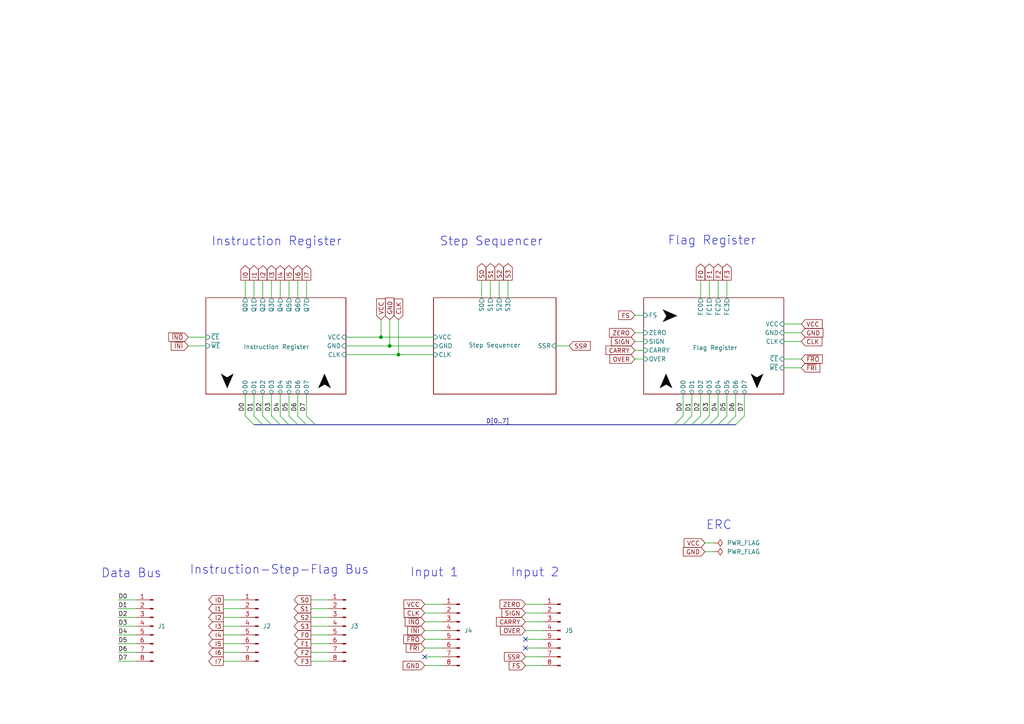
<source format=kicad_sch>
(kicad_sch (version 20250114) (generator "eeschema") (generator_version "9.0")
  (paper "A4")
  (title_block (title "Instruction Register") (date "2026-01-04") (rev "1.11") (company "Marco Vettigli"))
  (lib_symbols
    (symbol "Connector:Conn_01x08_Pin" (pin_names (offset 1.016) (hide yes))
      (property "Reference" "J" (at 0 10.16 0))
      (property "Value" "Conn_01x08_Pin" (at 0 -12.7 0))
      (symbol "Conn_01x08_Pin_1_1"
        (rectangle (start 0.8636 7.747) (end 0 7.493) (stroke (width 0.1524)) (fill (type outline)))
        (rectangle (start 0.8636 5.207) (end 0 4.953) (stroke (width 0.1524)) (fill (type outline)))
        (rectangle (start 0.8636 2.667) (end 0 2.413) (stroke (width 0.1524)) (fill (type outline)))
        (rectangle (start 0.8636 0.127) (end 0 -0.127) (stroke (width 0.1524)) (fill (type outline)))
        (rectangle (start 0.8636 -2.413) (end 0 -2.667) (stroke (width 0.1524)) (fill (type outline)))
        (rectangle (start 0.8636 -4.953) (end 0 -5.207) (stroke (width 0.1524)) (fill (type outline)))
        (rectangle (start 0.8636 -7.493) (end 0 -7.747) (stroke (width 0.1524)) (fill (type outline)))
        (rectangle (start 0.8636 -10.033) (end 0 -10.287) (stroke (width 0.1524)) (fill (type outline)))
        (polyline (pts (xy 1.27 7.62) (xy 0.8636 7.62)) (stroke (width 0.1524)))
        (polyline (pts (xy 1.27 5.08) (xy 0.8636 5.08)) (stroke (width 0.1524)))
        (polyline (pts (xy 1.27 2.54) (xy 0.8636 2.54)) (stroke (width 0.1524)))
        (polyline (pts (xy 1.27 0) (xy 0.8636 0)) (stroke (width 0.1524)))
        (polyline (pts (xy 1.27 -2.54) (xy 0.8636 -2.54)) (stroke (width 0.1524)))
        (polyline (pts (xy 1.27 -5.08) (xy 0.8636 -5.08)) (stroke (width 0.1524)))
        (polyline (pts (xy 1.27 -7.62) (xy 0.8636 -7.62)) (stroke (width 0.1524)))
        (polyline (pts (xy 1.27 -10.16) (xy 0.8636 -10.16)) (stroke (width 0.1524)))
        (pin passive line (at 5.08 7.62 180) (length 3.81) (name "Pin_1") (number "1"))
        (pin passive line (at 5.08 5.08 180) (length 3.81) (name "Pin_2") (number "2"))
        (pin passive line (at 5.08 2.54 180) (length 3.81) (name "Pin_3") (number "3"))
        (pin passive line (at 5.08 0 180) (length 3.81) (name "Pin_4") (number "4"))
        (pin passive line (at 5.08 -2.54 180) (length 3.81) (name "Pin_5") (number "5"))
        (pin passive line (at 5.08 -5.08 180) (length 3.81) (name "Pin_6") (number "6"))
        (pin passive line (at 5.08 -7.62 180) (length 3.81) (name "Pin_7") (number "7"))
        (pin passive line (at 5.08 -10.16 180) (length 3.81) (name "Pin_8") (number "8"))
      )
    )
    (symbol "power:PWR_FLAG" (power) (pin_numbers (hide yes)) (pin_names (offset 0) (hide yes))
      (property "Value" "PWR_FLAG" (at 0 3.81 0))
      (symbol "PWR_FLAG_0_0"
        (pin power_out line (at 0 0 90) (length 0) (name "~") (number "1"))
      )
      (symbol "PWR_FLAG_0_1"
        (polyline (pts (xy 0 0) (xy 0 1.27) (xy -1.016 1.905) (xy 0 2.54) (xy 1.016 1.905) (xy 0 1.27)))
      )
    )
  )
  (text "Instruction-Step-Flag Bus" (at 81.026 165.354 0) (effects (font (size 2.54 2.54))))
  (text "Instruction Register" (at 80.264 70.104 0) (effects (font (size 2.54 2.54))))
  (text "Data Bus" (at 38.1 166.37 0) (effects (font (size 2.54 2.54))))
  (text "Step Sequencer" (at 142.494 70.104 0) (effects (font (size 2.54 2.54))))
  (text "ERC" (at 208.534 152.4 0) (effects (font (size 2.54 2.54))))
  (text "Flag Register" (at 206.502 69.85 0) (effects (font (size 2.54 2.54))))
  (text "Input 2" (at 155.194 166.116 0) (effects (font (size 2.54 2.54))))
  (text "Input 1" (at 125.984 166.116 0) (effects (font (size 2.54 2.54))))
  (junction (at 113.03 100.33))
  (junction (at 110.49 97.79))
  (junction (at 115.57 102.87))
  (no_connect (at 123.19 190.5))
  (no_connect (at 152.4 185.42))
  (no_connect (at 152.4 187.96))
  (bus_entry (at 81.28 123.19) (size -2.54 -2.54))
  (bus_entry (at 195.58 123.19) (size 2.54 -2.54))
  (bus_entry (at 213.36 123.19) (size 2.54 -2.54))
  (bus_entry (at 73.66 123.19) (size -2.54 -2.54))
  (bus_entry (at 88.9 123.19) (size -2.54 -2.54))
  (bus_entry (at 78.74 123.19) (size -2.54 -2.54))
  (bus_entry (at 210.82 123.19) (size 2.54 -2.54))
  (bus_entry (at 203.2 123.19) (size 2.54 -2.54))
  (bus_entry (at 200.66 123.19) (size 2.54 -2.54))
  (bus_entry (at 91.44 123.19) (size -2.54 -2.54))
  (bus_entry (at 83.82 123.19) (size -2.54 -2.54))
  (bus_entry (at 86.36 123.19) (size -2.54 -2.54))
  (bus_entry (at 198.12 123.19) (size 2.54 -2.54))
  (bus_entry (at 208.28 123.19) (size 2.54 -2.54))
  (bus_entry (at 205.74 123.19) (size 2.54 -2.54))
  (bus_entry (at 76.2 123.19) (size -2.54 -2.54))
  (wire (pts (xy 34.29 173.99) (xy 39.37 173.99)))
  (wire (pts (xy 34.29 186.69) (xy 39.37 186.69)))
  (wire (pts (xy 110.49 92.71) (xy 110.49 97.79)))
  (wire (pts (xy 64.77 176.53) (xy 69.85 176.53)))
  (wire (pts (xy 152.4 177.8) (xy 157.48 177.8)))
  (wire (pts (xy 152.4 180.34) (xy 157.48 180.34)))
  (bus (pts (xy 91.44 123.19) (xy 195.58 123.19)) (stroke (width 0.2032)))
  (wire (pts (xy 205.74 81.28) (xy 205.74 86.36)))
  (wire (pts (xy 90.17 186.69) (xy 95.25 186.69)))
  (wire (pts (xy 71.12 81.28) (xy 71.12 86.36)))
  (bus (pts (xy 83.82 123.19) (xy 86.36 123.19)) (stroke (width 0.2032)))
  (wire (pts (xy 90.17 189.23) (xy 95.25 189.23)))
  (wire (pts (xy 64.77 181.61) (xy 69.85 181.61)))
  (wire (pts (xy 144.78 81.28) (xy 144.78 86.36)))
  (wire (pts (xy 54.61 97.79) (xy 59.69 97.79)))
  (wire (pts (xy 184.15 91.44) (xy 186.69 91.44)))
  (wire (pts (xy 110.49 97.79) (xy 125.73 97.79)))
  (wire (pts (xy 54.61 100.33) (xy 59.69 100.33)))
  (wire (pts (xy 123.19 193.04) (xy 128.27 193.04)))
  (wire (pts (xy 113.03 100.33) (xy 125.73 100.33)))
  (wire (pts (xy 184.15 101.6) (xy 186.69 101.6)))
  (wire (pts (xy 64.77 186.69) (xy 69.85 186.69)))
  (wire (pts (xy 152.4 187.96) (xy 157.48 187.96)))
  (wire (pts (xy 152.4 185.42) (xy 157.48 185.42)))
  (wire (pts (xy 100.33 102.87) (xy 115.57 102.87)))
  (wire (pts (xy 88.9 114.3) (xy 88.9 120.65)))
  (wire (pts (xy 113.03 92.71) (xy 113.03 100.33)))
  (wire (pts (xy 83.82 114.3) (xy 83.82 120.65)))
  (wire (pts (xy 123.19 185.42) (xy 128.27 185.42)))
  (wire (pts (xy 90.17 179.07) (xy 95.25 179.07)))
  (wire (pts (xy 78.74 81.28) (xy 78.74 86.36)))
  (wire (pts (xy 34.29 189.23) (xy 39.37 189.23)))
  (wire (pts (xy 215.9 114.3) (xy 215.9 120.65)))
  (wire (pts (xy 64.77 173.99) (xy 69.85 173.99)))
  (wire (pts (xy 34.29 179.07) (xy 39.37 179.07)))
  (wire (pts (xy 73.66 81.28) (xy 73.66 86.36)))
  (wire (pts (xy 78.74 114.3) (xy 78.74 120.65)))
  (wire (pts (xy 123.19 180.34) (xy 128.27 180.34)))
  (wire (pts (xy 227.33 96.52) (xy 232.41 96.52)))
  (bus (pts (xy 203.2 123.19) (xy 205.74 123.19)) (stroke (width 0.2032)))
  (wire (pts (xy 100.33 100.33) (xy 113.03 100.33)))
  (bus (pts (xy 73.66 123.19) (xy 76.2 123.19)) (stroke (width 0.2032)))
  (wire (pts (xy 64.77 184.15) (xy 69.85 184.15)))
  (wire (pts (xy 198.12 114.3) (xy 198.12 120.65)))
  (wire (pts (xy 34.29 191.77) (xy 39.37 191.77)))
  (wire (pts (xy 115.57 102.87) (xy 125.73 102.87)))
  (bus (pts (xy 198.12 123.19) (xy 200.66 123.19)) (stroke (width 0.2032)))
  (wire (pts (xy 207.01 157.48) (xy 204.47 157.48)))
  (wire (pts (xy 152.4 182.88) (xy 157.48 182.88)))
  (wire (pts (xy 34.29 184.15) (xy 39.37 184.15)))
  (wire (pts (xy 64.77 189.23) (xy 69.85 189.23)))
  (wire (pts (xy 184.15 99.06) (xy 186.69 99.06)))
  (bus (pts (xy 76.2 123.19) (xy 78.74 123.19)) (stroke (width 0.2032)))
  (wire (pts (xy 100.33 97.79) (xy 110.49 97.79)))
  (wire (pts (xy 90.17 184.15) (xy 95.25 184.15)))
  (wire (pts (xy 142.24 81.28) (xy 142.24 86.36)))
  (wire (pts (xy 88.9 81.28) (xy 88.9 86.36)))
  (wire (pts (xy 184.15 96.52) (xy 186.69 96.52)))
  (bus (pts (xy 81.28 123.19) (xy 83.82 123.19)) (stroke (width 0.2032)))
  (wire (pts (xy 86.36 114.3) (xy 86.36 120.65)))
  (wire (pts (xy 90.17 173.99) (xy 95.25 173.99)))
  (wire (pts (xy 34.29 181.61) (xy 39.37 181.61)))
  (wire (pts (xy 90.17 176.53) (xy 95.25 176.53)))
  (wire (pts (xy 81.28 81.28) (xy 81.28 86.36)))
  (wire (pts (xy 123.19 177.8) (xy 128.27 177.8)))
  (wire (pts (xy 208.28 114.3) (xy 208.28 120.65)))
  (wire (pts (xy 227.33 106.68) (xy 232.41 106.68)))
  (wire (pts (xy 76.2 81.28) (xy 76.2 86.36)))
  (wire (pts (xy 123.19 187.96) (xy 128.27 187.96)))
  (bus (pts (xy 208.28 123.19) (xy 210.82 123.19)) (stroke (width 0.2032)))
  (wire (pts (xy 147.32 81.28) (xy 147.32 86.36)))
  (bus (pts (xy 205.74 123.19) (xy 208.28 123.19)) (stroke (width 0.2032)))
  (bus (pts (xy 88.9 123.19) (xy 91.44 123.19)) (stroke (width 0.2032)))
  (wire (pts (xy 71.12 114.3) (xy 71.12 120.65)))
  (wire (pts (xy 123.19 190.5) (xy 128.27 190.5)))
  (wire (pts (xy 227.33 104.14) (xy 232.41 104.14)))
  (wire (pts (xy 76.2 114.3) (xy 76.2 120.65)))
  (wire (pts (xy 86.36 81.28) (xy 86.36 86.36)))
  (wire (pts (xy 83.82 81.28) (xy 83.82 86.36)))
  (wire (pts (xy 184.15 104.14) (xy 186.69 104.14)))
  (wire (pts (xy 227.33 93.98) (xy 232.41 93.98)))
  (wire (pts (xy 34.29 176.53) (xy 39.37 176.53)))
  (wire (pts (xy 123.19 175.26) (xy 128.27 175.26)))
  (wire (pts (xy 81.28 114.3) (xy 81.28 120.65)))
  (wire (pts (xy 205.74 114.3) (xy 205.74 120.65)))
  (bus (pts (xy 195.58 123.19) (xy 198.12 123.19)) (stroke (width 0.2032)))
  (bus (pts (xy 200.66 123.19) (xy 203.2 123.19)) (stroke (width 0.2032)))
  (wire (pts (xy 152.4 193.04) (xy 157.48 193.04)))
  (wire (pts (xy 123.19 182.88) (xy 128.27 182.88)))
  (wire (pts (xy 90.17 181.61) (xy 95.25 181.61)))
  (wire (pts (xy 64.77 191.77) (xy 69.85 191.77)))
  (wire (pts (xy 208.28 81.28) (xy 208.28 86.36)))
  (wire (pts (xy 210.82 81.28) (xy 210.82 86.36)))
  (bus (pts (xy 210.82 123.19) (xy 213.36 123.19)) (stroke (width 0.2032)))
  (wire (pts (xy 227.33 99.06) (xy 232.41 99.06)))
  (wire (pts (xy 139.7 81.28) (xy 139.7 86.36)))
  (wire (pts (xy 152.4 190.5) (xy 157.48 190.5)))
  (wire (pts (xy 200.66 114.3) (xy 200.66 120.65)))
  (wire (pts (xy 161.29 100.33) (xy 165.1 100.33)))
  (wire (pts (xy 64.77 179.07) (xy 69.85 179.07)))
  (wire (pts (xy 213.36 114.3) (xy 213.36 120.65)))
  (wire (pts (xy 203.2 81.28) (xy 203.2 86.36)))
  (bus (pts (xy 86.36 123.19) (xy 88.9 123.19)) (stroke (width 0.2032)))
  (wire (pts (xy 73.66 114.3) (xy 73.66 120.65)))
  (wire (pts (xy 210.82 114.3) (xy 210.82 120.65)))
  (bus (pts (xy 78.74 123.19) (xy 81.28 123.19)) (stroke (width 0.2032)))
  (wire (pts (xy 203.2 114.3) (xy 203.2 120.65)))
  (wire (pts (xy 204.47 160.02) (xy 207.01 160.02)))
  (wire (pts (xy 115.57 92.71) (xy 115.57 102.87)))
  (wire (pts (xy 152.4 175.26) (xy 157.48 175.26)))
  (wire (pts (xy 90.17 191.77) (xy 95.25 191.77)))
  (image (at 193.04 110.49) (scale 0.554949))
  (image (at 66.04 110.49) (scale 0.554949))
  (image (at 93.98 110.49) (scale 0.554949))
  (image (at 194.31 91.44) (scale 0.554949))
  (image (at 219.71 110.49) (scale 0.554949))
  (label "D6" (at 213.36 119.38 90))
  (label "D2" (at 34.29 179.07 0))
  (label "D0" (at 198.12 119.38 90))
  (label "D4" (at 81.28 119.38 90))
  (label "D4" (at 208.28 119.38 90))
  (label "D7" (at 215.9 119.38 90))
  (label "D0" (at 71.12 119.38 90))
  (label "D5" (at 34.29 186.69 0))
  (label "D1" (at 200.66 119.38 90))
  (label "D2" (at 203.2 119.38 90))
  (label "D4" (at 34.29 184.15 0))
  (label "D5" (at 210.82 119.38 90))
  (label "D3" (at 34.29 181.61 0))
  (label "D6" (at 34.29 189.23 0))
  (label "D1" (at 34.29 176.53 0))
  (label "D7" (at 88.9 119.38 90))
  (label "D6" (at 86.36 119.38 90))
  (label "D3" (at 78.74 119.38 90))
  (label "D7" (at 34.29 191.77 0))
  (label "D3" (at 205.74 119.38 90))
  (label "D1" (at 73.66 119.38 90))
  (label "D[0..7]" (at 140.97 123.19 0))
  (label "D0" (at 34.29 173.99 0))
  (label "D2" (at 76.2 119.38 90))
  (label "D5" (at 83.82 119.38 90))
  (global_label "FS" (shape input) (at 152.4 193.04 180) (property "Intersheetrefs" "${INTERSHEET_REFS}" (effects (hide yes))))
  (global_label "GND" (shape input) (at 113.03 92.71 90) (property "Intersheetrefs" "${INTERSHEET_REFS}" (effects (hide yes))))
  (global_label "F0" (shape output) (at 90.17 184.15 180) (property "Intersheetrefs" "${INTERSHEET_REFS}" (effects (hide yes))))
  (global_label "I1" (shape output) (at 64.77 176.53 180) (property "Intersheetrefs" "${INTERSHEET_REFS}" (effects (hide yes))))
  (global_label "F1" (shape output) (at 205.74 81.28 90) (property "Intersheetrefs" "${INTERSHEET_REFS}" (effects (hide yes))))
  (global_label "~{INI}" (shape input) (at 123.19 182.88 180) (property "Intersheetrefs" "${INTERSHEET_REFS}" (effects (hide yes))))
  (global_label "FS" (shape input) (at 184.15 91.44 180) (property "Intersheetrefs" "${INTERSHEET_REFS}" (effects (hide yes))))
  (global_label "ZERO" (shape input) (at 184.15 96.52 180) (property "Intersheetrefs" "${INTERSHEET_REFS}" (effects (hide yes))))
  (global_label "I3" (shape output) (at 78.74 81.28 90) (property "Intersheetrefs" "${INTERSHEET_REFS}" (effects (hide yes))))
  (global_label "I6" (shape output) (at 86.36 81.28 90) (property "Intersheetrefs" "${INTERSHEET_REFS}" (effects (hide yes))))
  (global_label "I5" (shape output) (at 64.77 186.69 180) (property "Intersheetrefs" "${INTERSHEET_REFS}" (effects (hide yes))))
  (global_label "ZERO" (shape input) (at 152.4 175.26 180) (property "Intersheetrefs" "${INTERSHEET_REFS}" (effects (hide yes))))
  (global_label "~{FRI}" (shape input) (at 232.41 106.68 0) (property "Intersheetrefs" "${INTERSHEET_REFS}" (effects (hide yes))))
  (global_label "I6" (shape output) (at 64.77 189.23 180) (property "Intersheetrefs" "${INTERSHEET_REFS}" (effects (hide yes))))
  (global_label "S1" (shape output) (at 90.17 176.53 180) (property "Intersheetrefs" "${INTERSHEET_REFS}" (effects (hide yes))))
  (global_label "F1" (shape output) (at 90.17 186.69 180) (property "Intersheetrefs" "${INTERSHEET_REFS}" (effects (hide yes))))
  (global_label "SSR" (shape input) (at 152.4 190.5 180) (property "Intersheetrefs" "${INTERSHEET_REFS}" (effects (hide yes))))
  (global_label "GND" (shape input) (at 123.19 193.04 180) (property "Intersheetrefs" "${INTERSHEET_REFS}" (effects (hide yes))))
  (global_label "CARRY" (shape input) (at 152.4 180.34 180) (property "Intersheetrefs" "${INTERSHEET_REFS}" (effects (hide yes))))
  (global_label "I7" (shape output) (at 88.9 81.28 90) (property "Intersheetrefs" "${INTERSHEET_REFS}" (effects (hide yes))))
  (global_label "I1" (shape output) (at 73.66 81.28 90) (property "Intersheetrefs" "${INTERSHEET_REFS}" (effects (hide yes))))
  (global_label "CLK" (shape input) (at 123.19 177.8 180) (property "Intersheetrefs" "${INTERSHEET_REFS}" (effects (hide yes))))
  (global_label "S0" (shape output) (at 139.7 81.28 90) (property "Intersheetrefs" "${INTERSHEET_REFS}" (effects (hide yes))))
  (global_label "S2" (shape output) (at 144.78 81.28 90) (property "Intersheetrefs" "${INTERSHEET_REFS}" (effects (hide yes))))
  (global_label "S2" (shape output) (at 90.17 179.07 180) (property "Intersheetrefs" "${INTERSHEET_REFS}" (effects (hide yes))))
  (global_label "SSR" (shape input) (at 165.1 100.33 0) (property "Intersheetrefs" "${INTERSHEET_REFS}" (effects (hide yes))))
  (global_label "F3" (shape output) (at 210.82 81.28 90) (property "Intersheetrefs" "${INTERSHEET_REFS}" (effects (hide yes))))
  (global_label "I0" (shape output) (at 64.77 173.99 180) (property "Intersheetrefs" "${INTERSHEET_REFS}" (effects (hide yes))))
  (global_label "I5" (shape output) (at 83.82 81.28 90) (property "Intersheetrefs" "${INTERSHEET_REFS}" (effects (hide yes))))
  (global_label "I2" (shape output) (at 76.2 81.28 90) (property "Intersheetrefs" "${INTERSHEET_REFS}" (effects (hide yes))))
  (global_label "I2" (shape output) (at 64.77 179.07 180) (property "Intersheetrefs" "${INTERSHEET_REFS}" (effects (hide yes))))
  (global_label "~{FRO}" (shape input) (at 232.41 104.14 0) (property "Intersheetrefs" "${INTERSHEET_REFS}" (effects (hide yes))))
  (global_label "~{INO}" (shape input) (at 123.19 180.34 180) (property "Intersheetrefs" "${INTERSHEET_REFS}" (effects (hide yes))))
  (global_label "SIGN" (shape input) (at 152.4 177.8 180) (property "Intersheetrefs" "${INTERSHEET_REFS}" (effects (hide yes))))
  (global_label "CLK" (shape input) (at 115.57 92.71 90) (property "Intersheetrefs" "${INTERSHEET_REFS}" (effects (hide yes))))
  (global_label "OVER" (shape input) (at 184.15 104.14 180) (property "Intersheetrefs" "${INTERSHEET_REFS}" (effects (hide yes))))
  (global_label "~{FRO}" (shape input) (at 123.19 185.42 180) (property "Intersheetrefs" "${INTERSHEET_REFS}" (effects (hide yes))))
  (global_label "S3" (shape output) (at 147.32 81.28 90) (property "Intersheetrefs" "${INTERSHEET_REFS}" (effects (hide yes))))
  (global_label "GND" (shape input) (at 232.41 96.52 0) (property "Intersheetrefs" "${INTERSHEET_REFS}" (effects (hide yes))))
  (global_label "F3" (shape output) (at 90.17 191.77 180) (property "Intersheetrefs" "${INTERSHEET_REFS}" (effects (hide yes))))
  (global_label "VCC" (shape input) (at 110.49 92.71 90) (property "Intersheetrefs" "${INTERSHEET_REFS}" (effects (hide yes))))
  (global_label "F2" (shape output) (at 90.17 189.23 180) (property "Intersheetrefs" "${INTERSHEET_REFS}" (effects (hide yes))))
  (global_label "S1" (shape output) (at 142.24 81.28 90) (property "Intersheetrefs" "${INTERSHEET_REFS}" (effects (hide yes))))
  (global_label "~{INI}" (shape input) (at 54.61 100.33 180) (property "Intersheetrefs" "${INTERSHEET_REFS}" (effects (hide yes))))
  (global_label "I4" (shape output) (at 81.28 81.28 90) (property "Intersheetrefs" "${INTERSHEET_REFS}" (effects (hide yes))))
  (global_label "GND" (shape input) (at 204.47 160.02 180) (property "Intersheetrefs" "${INTERSHEET_REFS}" (effects (hide yes))))
  (global_label "I4" (shape output) (at 64.77 184.15 180) (property "Intersheetrefs" "${INTERSHEET_REFS}" (effects (hide yes))))
  (global_label "I7" (shape output) (at 64.77 191.77 180) (property "Intersheetrefs" "${INTERSHEET_REFS}" (effects (hide yes))))
  (global_label "CLK" (shape input) (at 232.41 99.06 0) (property "Intersheetrefs" "${INTERSHEET_REFS}" (effects (hide yes))))
  (global_label "F2" (shape output) (at 208.28 81.28 90) (property "Intersheetrefs" "${INTERSHEET_REFS}" (effects (hide yes))))
  (global_label "VCC" (shape input) (at 123.19 175.26 180) (property "Intersheetrefs" "${INTERSHEET_REFS}" (effects (hide yes))))
  (global_label "~{INO}" (shape input) (at 54.61 97.79 180) (property "Intersheetrefs" "${INTERSHEET_REFS}" (effects (hide yes))))
  (global_label "OVER" (shape input) (at 152.4 182.88 180) (property "Intersheetrefs" "${INTERSHEET_REFS}" (effects (hide yes))))
  (global_label "S3" (shape output) (at 90.17 181.61 180) (property "Intersheetrefs" "${INTERSHEET_REFS}" (effects (hide yes))))
  (global_label "VCC" (shape input) (at 204.47 157.48 180) (property "Intersheetrefs" "${INTERSHEET_REFS}" (effects (hide yes))))
  (global_label "S0" (shape output) (at 90.17 173.99 180) (property "Intersheetrefs" "${INTERSHEET_REFS}" (effects (hide yes))))
  (global_label "I3" (shape output) (at 64.77 181.61 180) (property "Intersheetrefs" "${INTERSHEET_REFS}" (effects (hide yes))))
  (global_label "F0" (shape output) (at 203.2 81.28 90) (property "Intersheetrefs" "${INTERSHEET_REFS}" (effects (hide yes))))
  (global_label "VCC" (shape input) (at 232.41 93.98 0) (property "Intersheetrefs" "${INTERSHEET_REFS}" (effects (hide yes))))
  (global_label "CARRY" (shape input) (at 184.15 101.6 180) (property "Intersheetrefs" "${INTERSHEET_REFS}" (effects (hide yes))))
  (global_label "SIGN" (shape input) (at 184.15 99.06 180) (property "Intersheetrefs" "${INTERSHEET_REFS}" (effects (hide yes))))
  (global_label "~{FRI}" (shape input) (at 123.19 187.96 180) (property "Intersheetrefs" "${INTERSHEET_REFS}" (effects (hide yes))))
  (global_label "I0" (shape output) (at 71.12 81.28 90) (property "Intersheetrefs" "${INTERSHEET_REFS}" (effects (hide yes))))
  (symbol (lib_id "Connector:Conn_01x08_Pin") (at 44.45 181.61 0) (mirror y) (unit 1)
    (property "Reference" "J1" (at 45.72 181.6099 0) (effects (justify right)))
    (property "Value" "Data bus" (effects (hide yes)))
    (property "Footprint" "Custom:PinHeader_1x08_P2.54mm_Horizontal" (effects (hide yes)))
    (property "Description" "Generic connector, single row, 01x08, script generated" (effects (hide yes)))
  )
  (symbol (lib_id "Connector:Conn_01x08_Pin") (at 133.35 182.88 0) (mirror y) (unit 1)
    (property "Reference" "J4" (at 134.62 182.8799 0) (effects (justify right)))
    (property "Value" "Input 1" (effects (hide yes)))
    (property "Footprint" "Custom:PinHeader_1x08_P2.54mm_Horizontal" (effects (hide yes)))
    (property "Description" "Generic connector, single row, 01x08, script generated" (effects (hide yes)))
  )
  (symbol (lib_id "power:PWR_FLAG") (at 207.01 160.02 270) (unit 1)
    (property "Reference" "#FLG02" (effects (hide yes)))
    (property "Value" "PWR_FLAG" (at 210.82 160.0199 90) (effects (justify left)))
    (property "Description" "Special symbol for telling ERC where power comes from" (effects (hide yes)))
  )
  (symbol (lib_id "power:PWR_FLAG") (at 207.01 157.48 270) (unit 1)
    (property "Reference" "#FLG01" (effects (hide yes)))
    (property "Value" "PWR_FLAG" (at 210.82 157.4799 90) (effects (justify left)))
    (property "Description" "Special symbol for telling ERC where power comes from" (effects (hide yes)))
  )
  (symbol (lib_id "Connector:Conn_01x08_Pin") (at 100.33 181.61 0) (mirror y) (unit 1)
    (property "Reference" "J3" (at 101.6 181.6099 0) (effects (justify right)))
    (property "Value" "Step-Flag Bus" (effects (hide yes)))
    (property "Footprint" "Custom:PinHeader_1x08_P2.54mm_Horizontal" (effects (hide yes)))
    (property "Description" "Generic connector, single row, 01x08, script generated" (effects (hide yes)))
  )
  (symbol (lib_id "Connector:Conn_01x08_Pin") (at 74.93 181.61 0) (mirror y) (unit 1)
    (property "Reference" "J2" (at 76.2 181.6099 0) (effects (justify right)))
    (property "Value" "Instruction Bus" (effects (hide yes)))
    (property "Footprint" "Custom:PinHeader_1x08_P2.54mm_Horizontal" (effects (hide yes)))
    (property "Description" "Generic connector, single row, 01x08, script generated" (effects (hide yes)))
  )
  (symbol (lib_id "Connector:Conn_01x08_Pin") (at 162.56 182.88 0) (mirror y) (unit 1)
    (property "Reference" "J5" (at 163.83 182.8799 0) (effects (justify right)))
    (property "Value" "Input 2" (effects (hide yes)))
    (property "Footprint" "Custom:PinHeader_1x08_P2.54mm_Horizontal" (effects (hide yes)))
    (property "Description" "Generic connector, single row, 01x08, script generated" (effects (hide yes)))
  )
  (sheet (at 59.69 86.36) (size 40.64 27.94) (stroke (width 0.1524))
    (property "Sheetname" "Instruction Register" (at 70.612 101.346 0) (effects (justify left bottom)))
    (property "Sheetfile" "instruction_register.kicad_sch" (effects (hide yes)))
    (pin "D1" tri_state (at 73.66 114.3 270))
    (pin "D3" tri_state (at 78.74 114.3 270))
    (pin "~{CE}" input (at 59.69 97.79 180))
    (pin "CLK" input (at 100.33 102.87 0))
    (pin "GND" input (at 100.33 100.33 0))
    (pin "Q7" output (at 88.9 86.36 90))
    (pin "VCC" input (at 100.33 97.79 0))
    (pin "D5" tri_state (at 83.82 114.3 270))
    (pin "Q6" output (at 86.36 86.36 90))
    (pin "~{WE}" input (at 59.69 100.33 180))
    (pin "Q2" output (at 76.2 86.36 90))
    (pin "D7" tri_state (at 88.9 114.3 270))
    (pin "Q5" output (at 83.82 86.36 90))
    (pin "D0" tri_state (at 71.12 114.3 270))
    (pin "Q0" output (at 71.12 86.36 90))
    (pin "Q1" output (at 73.66 86.36 90))
    (pin "D6" tri_state (at 86.36 114.3 270))
    (pin "Q3" output (at 78.74 86.36 90))
    (pin "Q4" output (at 81.28 86.36 90))
    (pin "D2" tri_state (at 76.2 114.3 270))
    (pin "D4" tri_state (at 81.28 114.3 270))
  )
  (sheet (at 186.69 86.36) (size 40.64 27.94) (stroke (width 0.1524))
    (property "Sheetname" "Flag Register" (at 200.914 101.6 0) (effects (justify left bottom)))
    (property "Sheetfile" "flag-register.kicad_sch" (effects (hide yes)))
    (pin "D4" tri_state (at 208.28 114.3 270))
    (pin "D0" tri_state (at 198.12 114.3 270))
    (pin "D6" tri_state (at 213.36 114.3 270))
    (pin "D1" tri_state (at 200.66 114.3 270))
    (pin "D7" tri_state (at 215.9 114.3 270))
    (pin "D2" tri_state (at 203.2 114.3 270))
    (pin "D5" tri_state (at 210.82 114.3 270))
    (pin "D3" tri_state (at 205.74 114.3 270))
    (pin "CARRY" input (at 186.69 101.6 180))
    (pin "SIGN" input (at 186.69 99.06 180))
    (pin "ZERO" input (at 186.69 96.52 180))
    (pin "OVER" input (at 186.69 104.14 180))
    (pin "FC2" output (at 208.28 86.36 90))
    (pin "FC3" output (at 210.82 86.36 90))
    (pin "FC0" output (at 203.2 86.36 90))
    (pin "FC1" output (at 205.74 86.36 90))
    (pin "CLK" input (at 227.33 99.06 0))
    (pin "VCC" input (at 227.33 93.98 0))
    (pin "GND" input (at 227.33 96.52 0))
    (pin "~{WE}" input (at 227.33 106.68 0))
    (pin "~{CE}" input (at 227.33 104.14 0))
    (pin "FS" input (at 186.69 91.44 180))
  )
  (sheet (at 125.73 86.36) (size 35.56 27.94) (stroke (width 0.1524))
    (property "Sheetname" "Step Sequencer" (at 135.89 100.838 0) (effects (justify left bottom)))
    (property "Sheetfile" "sequencer.kicad_sch" (effects (hide yes)))
    (pin "VCC" input (at 125.73 97.79 180))
    (pin "CLK" input (at 125.73 102.87 180))
    (pin "GND" input (at 125.73 100.33 180))
    (pin "S1" output (at 142.24 86.36 90))
    (pin "S2" output (at 144.78 86.36 90))
    (pin "S3" output (at 147.32 86.36 90))
    (pin "S0" output (at 139.7 86.36 90))
    (pin "SSR" input (at 161.29 100.33 0))
  )
)
</source>
